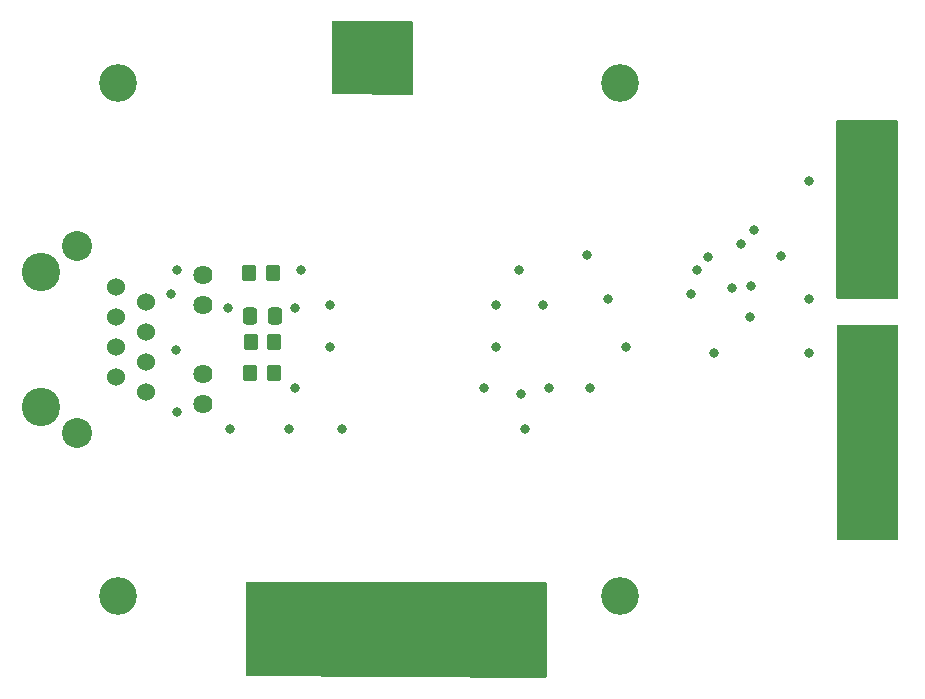
<source format=gbr>
%TF.GenerationSoftware,KiCad,Pcbnew,7.0.2*%
%TF.CreationDate,2024-05-20T10:52:18+02:00*%
%TF.ProjectId,dsoxlan,64736f78-6c61-46e2-9e6b-696361645f70,rev?*%
%TF.SameCoordinates,Original*%
%TF.FileFunction,Soldermask,Top*%
%TF.FilePolarity,Negative*%
%FSLAX46Y46*%
G04 Gerber Fmt 4.6, Leading zero omitted, Abs format (unit mm)*
G04 Created by KiCad (PCBNEW 7.0.2) date 2024-05-20 10:52:18*
%MOMM*%
%LPD*%
G01*
G04 APERTURE LIST*
G04 Aperture macros list*
%AMRoundRect*
0 Rectangle with rounded corners*
0 $1 Rounding radius*
0 $2 $3 $4 $5 $6 $7 $8 $9 X,Y pos of 4 corners*
0 Add a 4 corners polygon primitive as box body*
4,1,4,$2,$3,$4,$5,$6,$7,$8,$9,$2,$3,0*
0 Add four circle primitives for the rounded corners*
1,1,$1+$1,$2,$3*
1,1,$1+$1,$4,$5*
1,1,$1+$1,$6,$7*
1,1,$1+$1,$8,$9*
0 Add four rect primitives between the rounded corners*
20,1,$1+$1,$2,$3,$4,$5,0*
20,1,$1+$1,$4,$5,$6,$7,0*
20,1,$1+$1,$6,$7,$8,$9,0*
20,1,$1+$1,$8,$9,$2,$3,0*%
G04 Aperture macros list end*
%ADD10RoundRect,0.250000X0.337500X0.475000X-0.337500X0.475000X-0.337500X-0.475000X0.337500X-0.475000X0*%
%ADD11R,3.600000X0.550000*%
%ADD12RoundRect,0.250000X0.350000X0.450000X-0.350000X0.450000X-0.350000X-0.450000X0.350000X-0.450000X0*%
%ADD13C,3.250000*%
%ADD14C,1.524000*%
%ADD15C,1.625600*%
%ADD16C,2.540000*%
%ADD17C,3.200000*%
%ADD18C,0.800000*%
G04 APERTURE END LIST*
D10*
%TO.C,C2*%
X140775000Y-86400000D03*
X138700000Y-86400000D03*
%TD*%
D11*
%TO.C,P2*%
X190754000Y-104750000D03*
X190754000Y-103950000D03*
X190754000Y-103150000D03*
X190754000Y-102350000D03*
X190754000Y-101550000D03*
X190754000Y-100750000D03*
X190754000Y-99950000D03*
X190754000Y-99150000D03*
X190754000Y-98350000D03*
X190754000Y-97550000D03*
X190754000Y-96750000D03*
X190754000Y-95950000D03*
X190754000Y-95150000D03*
X190754000Y-94350000D03*
X190754000Y-93550000D03*
X190754000Y-92750000D03*
X190754000Y-91950000D03*
X190754000Y-91150000D03*
X190754000Y-90350000D03*
X190754000Y-89550000D03*
X190754000Y-88750000D03*
X190754000Y-87950000D03*
X190754000Y-83950000D03*
X190754000Y-83150000D03*
X190754000Y-82350000D03*
X190754000Y-81550000D03*
X190754000Y-80750000D03*
X190754000Y-79950000D03*
X190754000Y-79150000D03*
X190754000Y-78350000D03*
X190754000Y-77550000D03*
X190754000Y-76750000D03*
X190754000Y-75950000D03*
X190754000Y-75150000D03*
X190754000Y-74350000D03*
X190754000Y-73550000D03*
X190754000Y-72750000D03*
X190754000Y-71950000D03*
X190754000Y-71150000D03*
X190754000Y-70350000D03*
%TD*%
D12*
%TO.C,R1*%
X140700000Y-91200000D03*
X138700000Y-91200000D03*
%TD*%
%TO.C,R2*%
X140600000Y-82800000D03*
X138600000Y-82800000D03*
%TD*%
%TO.C,R3*%
X140737500Y-88590000D03*
X138737500Y-88590000D03*
%TD*%
D13*
%TO.C,P1*%
X121010000Y-94100000D03*
X121010000Y-82670000D03*
D14*
X129900000Y-92830000D03*
X127360000Y-91560000D03*
X129900000Y-90290000D03*
X127360000Y-89020000D03*
X129900000Y-87750000D03*
X127360000Y-86480000D03*
X129900000Y-85210000D03*
X127360000Y-83940000D03*
D15*
X134730000Y-93850000D03*
X134730000Y-91310000D03*
X134730000Y-85460000D03*
X134730000Y-82920000D03*
D16*
X124060000Y-80485000D03*
X124060000Y-96285000D03*
%TD*%
D17*
%TO.C,H102*%
X127500000Y-110142000D03*
%TD*%
%TO.C,H101*%
X127500000Y-66642000D03*
%TD*%
%TO.C,H103*%
X170000000Y-66642000D03*
%TD*%
%TO.C,H104*%
X170000000Y-110142000D03*
%TD*%
D18*
X132500000Y-94500000D03*
X163500000Y-85500000D03*
X183680000Y-81280000D03*
X142500000Y-85680500D03*
X146500000Y-96000000D03*
X178000000Y-89500000D03*
X186000000Y-85000000D03*
X159500000Y-85500000D03*
X145500000Y-89000000D03*
X132500000Y-82500000D03*
X142500000Y-92500000D03*
X145500000Y-85500000D03*
X136800000Y-85700000D03*
X186000000Y-89500000D03*
X161500000Y-82500000D03*
X170500000Y-89000000D03*
X186000000Y-75000000D03*
X132400000Y-89300000D03*
X167199272Y-81245799D03*
X164000000Y-92500000D03*
X181000000Y-86500000D03*
X143000000Y-82500000D03*
X176000000Y-84500000D03*
X177500000Y-81400500D03*
X132000000Y-84500000D03*
X137000000Y-96000000D03*
X162000000Y-96000000D03*
X142000000Y-96000000D03*
X159500000Y-89000000D03*
X167500000Y-92500000D03*
X158500000Y-92500000D03*
X169000000Y-85000000D03*
X181100000Y-83900000D03*
X179500000Y-84000000D03*
X180300000Y-80300000D03*
X181400000Y-79100000D03*
X161600000Y-93000000D03*
X176500000Y-82500000D03*
G36*
X193491039Y-69819685D02*
G01*
X193536794Y-69872489D01*
X193548000Y-69924000D01*
X193548000Y-84839000D01*
X193528315Y-84906039D01*
X193475511Y-84951794D01*
X193424000Y-84963000D01*
X188466246Y-84963000D01*
X188399207Y-84943315D01*
X188353452Y-84890511D01*
X188342246Y-84839348D01*
X188300349Y-69924348D01*
X188319846Y-69857254D01*
X188372521Y-69811351D01*
X188424349Y-69800000D01*
X193424000Y-69800000D01*
X193491039Y-69819685D01*
G37*
G36*
X193491039Y-87141685D02*
G01*
X193536794Y-87194489D01*
X193548000Y-87246000D01*
X193548000Y-105276000D01*
X193528315Y-105343039D01*
X193475511Y-105388794D01*
X193424000Y-105400000D01*
X188523653Y-105400000D01*
X188456614Y-105380315D01*
X188410859Y-105327511D01*
X188399653Y-105276348D01*
X188349006Y-87246348D01*
X188368503Y-87179254D01*
X188421178Y-87133351D01*
X188473006Y-87122000D01*
X193424000Y-87122000D01*
X193491039Y-87141685D01*
G37*
G36*
X152443039Y-61419685D02*
G01*
X152488794Y-61472489D01*
X152500000Y-61524000D01*
X152500000Y-67574189D01*
X152480315Y-67641228D01*
X152427511Y-67686983D01*
X152374203Y-67698176D01*
X145722203Y-67601771D01*
X145655456Y-67581117D01*
X145610471Y-67527656D01*
X145600000Y-67477784D01*
X145600000Y-61524000D01*
X145619685Y-61456961D01*
X145672489Y-61411206D01*
X145724000Y-61400000D01*
X152376000Y-61400000D01*
X152443039Y-61419685D01*
G37*
G36*
X163753169Y-108936587D02*
G01*
X163798924Y-108989391D01*
X163810130Y-109040902D01*
X163810130Y-116892414D01*
X163790445Y-116959453D01*
X163737641Y-117005208D01*
X163685644Y-117016413D01*
X138433644Y-116917386D01*
X138366682Y-116897439D01*
X138321134Y-116844456D01*
X138310130Y-116793387D01*
X138310130Y-109040902D01*
X138329815Y-108973863D01*
X138382619Y-108928108D01*
X138434130Y-108916902D01*
X163686130Y-108916902D01*
X163753169Y-108936587D01*
G37*
M02*

</source>
